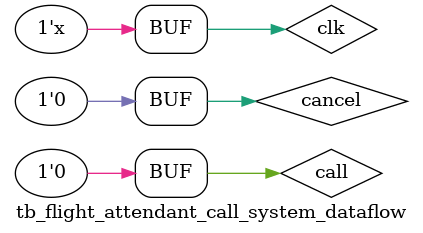
<source format=v>
`timescale 1ns / 1ps


module tb_flight_attendant_call_system_dataflow;

reg clk;
reg call;
reg cancel;

wire light;

flight_attendant_call_system_dataflow ul (
    .clk(clk),
    .call(call),
    .cancel(cancel),
    .light(light)
);

initial
begin

clk = 0;
call = 0;
cancel = 0;

#10;

call = 1;
cancel = 0;

#10;

call = 0;
cancel = 1;

#10;

call = 1;
cancel = 1;

#10;

call = 0;
cancel = 0;

#10;

call = 1;
cancel = 0;

#10;

cancel = 1;

#20;

cancel = 0;

#20;

call = 0;
cancel = 1;

#20;

call = 0;
cancel = 0;

end

always
#5 clk = ~clk;

endmodule
</source>
